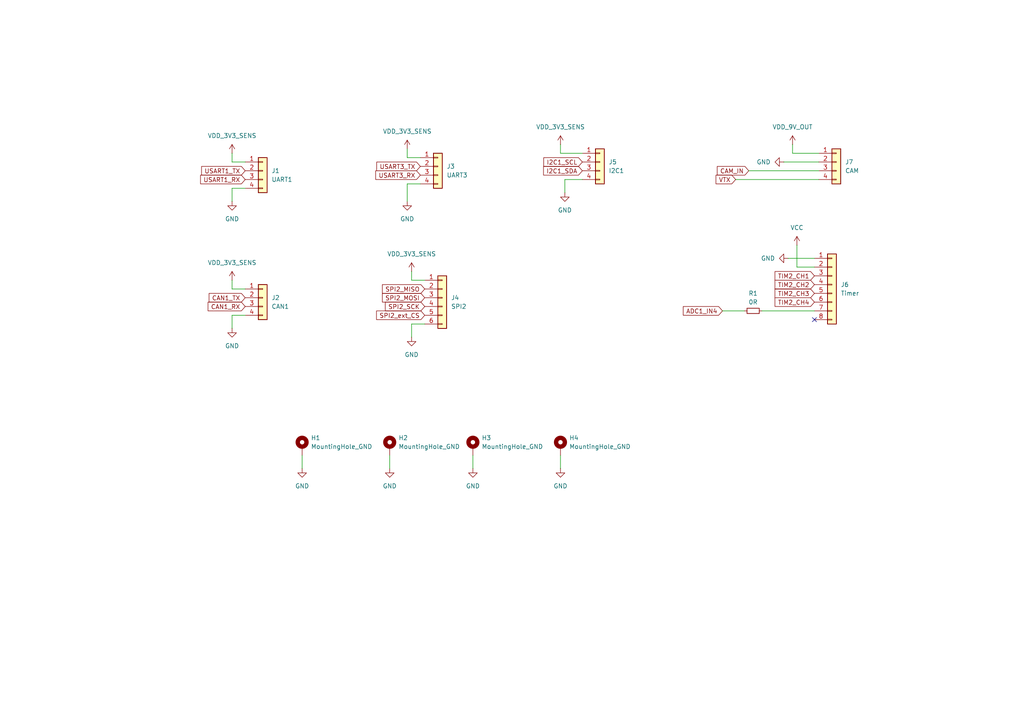
<source format=kicad_sch>
(kicad_sch (version 20250114) (generator "eeschema") (generator_version "9.0")
  (paper "A4")
  (lib_symbols
    (symbol "Connector_Generic:Conn_01x04" (pin_names (offset 1.016) (hide yes))
      (property "Reference" "J" (at 0 5.08 0))
      (property "Value" "Conn_01x04" (at 0 -7.62 0))
      (symbol "Conn_01x04_1_1"
        (rectangle (start -1.27 3.81) (end 1.27 -6.35) (stroke (width 0.254)) (fill (type background)))
        (rectangle (start -1.27 2.667) (end 0 2.413) (stroke (width 0.1524)))
        (rectangle (start -1.27 0.127) (end 0 -0.127) (stroke (width 0.1524)))
        (rectangle (start -1.27 -2.413) (end 0 -2.667) (stroke (width 0.1524)))
        (rectangle (start -1.27 -4.953) (end 0 -5.207) (stroke (width 0.1524)))
        (pin passive line (at -5.08 2.54 0) (length 3.81) (name "Pin_1") (number "1"))
        (pin passive line (at -5.08 0 0) (length 3.81) (name "Pin_2") (number "2"))
        (pin passive line (at -5.08 -2.54 0) (length 3.81) (name "Pin_3") (number "3"))
        (pin passive line (at -5.08 -5.08 0) (length 3.81) (name "Pin_4") (number "4"))
      )
    )
    (symbol "Connector_Generic:Conn_01x06" (pin_names (offset 1.016) (hide yes))
      (property "Reference" "J" (at 0 7.62 0))
      (property "Value" "Conn_01x06" (at 0 -10.16 0))
      (symbol "Conn_01x06_1_1"
        (rectangle (start -1.27 6.35) (end 1.27 -8.89) (stroke (width 0.254)) (fill (type background)))
        (rectangle (start -1.27 5.207) (end 0 4.953) (stroke (width 0.1524)))
        (rectangle (start -1.27 2.667) (end 0 2.413) (stroke (width 0.1524)))
        (rectangle (start -1.27 0.127) (end 0 -0.127) (stroke (width 0.1524)))
        (rectangle (start -1.27 -2.413) (end 0 -2.667) (stroke (width 0.1524)))
        (rectangle (start -1.27 -4.953) (end 0 -5.207) (stroke (width 0.1524)))
        (rectangle (start -1.27 -7.493) (end 0 -7.747) (stroke (width 0.1524)))
        (pin passive line (at -5.08 5.08 0) (length 3.81) (name "Pin_1") (number "1"))
        (pin passive line (at -5.08 2.54 0) (length 3.81) (name "Pin_2") (number "2"))
        (pin passive line (at -5.08 0 0) (length 3.81) (name "Pin_3") (number "3"))
        (pin passive line (at -5.08 -2.54 0) (length 3.81) (name "Pin_4") (number "4"))
        (pin passive line (at -5.08 -5.08 0) (length 3.81) (name "Pin_5") (number "5"))
        (pin passive line (at -5.08 -7.62 0) (length 3.81) (name "Pin_6") (number "6"))
      )
    )
    (symbol "Connector_Generic:Conn_01x08" (pin_names (offset 1.016) (hide yes))
      (property "Reference" "J" (at 0 10.16 0))
      (property "Value" "Conn_01x08" (at 0 -12.7 0))
      (symbol "Conn_01x08_1_1"
        (rectangle (start -1.27 8.89) (end 1.27 -11.43) (stroke (width 0.254)) (fill (type background)))
        (rectangle (start -1.27 7.747) (end 0 7.493) (stroke (width 0.1524)))
        (rectangle (start -1.27 5.207) (end 0 4.953) (stroke (width 0.1524)))
        (rectangle (start -1.27 2.667) (end 0 2.413) (stroke (width 0.1524)))
        (rectangle (start -1.27 0.127) (end 0 -0.127) (stroke (width 0.1524)))
        (rectangle (start -1.27 -2.413) (end 0 -2.667) (stroke (width 0.1524)))
        (rectangle (start -1.27 -4.953) (end 0 -5.207) (stroke (width 0.1524)))
        (rectangle (start -1.27 -7.493) (end 0 -7.747) (stroke (width 0.1524)))
        (rectangle (start -1.27 -10.033) (end 0 -10.287) (stroke (width 0.1524)))
        (pin passive line (at -5.08 7.62 0) (length 3.81) (name "Pin_1") (number "1"))
        (pin passive line (at -5.08 5.08 0) (length 3.81) (name "Pin_2") (number "2"))
        (pin passive line (at -5.08 2.54 0) (length 3.81) (name "Pin_3") (number "3"))
        (pin passive line (at -5.08 0 0) (length 3.81) (name "Pin_4") (number "4"))
        (pin passive line (at -5.08 -2.54 0) (length 3.81) (name "Pin_5") (number "5"))
        (pin passive line (at -5.08 -5.08 0) (length 3.81) (name "Pin_6") (number "6"))
        (pin passive line (at -5.08 -7.62 0) (length 3.81) (name "Pin_7") (number "7"))
        (pin passive line (at -5.08 -10.16 0) (length 3.81) (name "Pin_8") (number "8"))
      )
    )
    (symbol "Device:R_Small" (pin_numbers (hide yes)) (pin_names (offset 0.254) (hide yes))
      (property "Reference" "R" (at 0.762 0.508 0))
      (property "Value" "R_Small" (at 0.762 -1.016 0))
      (symbol "R_Small_0_1"
        (rectangle (start -0.762 1.778) (end 0.762 -1.778) (stroke (width 0.2032)))
      )
      (symbol "R_Small_1_1"
        (pin passive line (at 0 2.54 270) (length 0.762) (name "~") (number "1"))
        (pin passive line (at 0 -2.54 90) (length 0.762) (name "~") (number "2"))
      )
    )
    (symbol "Mechanical:MountingHole_Pad" (pin_numbers (hide yes)) (pin_names (offset 1.016) (hide yes)) (exclude_from_sim yes) (in_bom no)
      (property "Reference" "H" (at 0 6.35 0))
      (property "Value" "MountingHole_Pad" (at 0 4.445 0))
      (symbol "MountingHole_Pad_0_1"
        (circle (center 0 1.27) (radius 1.27) (stroke (width 1.27)))
      )
      (symbol "MountingHole_Pad_1_1"
        (pin input line (at 0 -2.54 90) (length 2.54) (name "1") (number "1"))
      )
    )
    (symbol "MountingHole_Pad_1" (pin_numbers (hide yes)) (pin_names (offset 1.016) (hide yes)) (exclude_from_sim yes) (in_bom no)
      (property "Reference" "H" (at 0 6.35 0))
      (property "Value" "MountingHole_Pad" (at 0 4.445 0))
      (symbol "MountingHole_Pad_1_0_1"
        (circle (center 0 1.27) (radius 1.27) (stroke (width 1.27)))
      )
      (symbol "MountingHole_Pad_1_1_1"
        (pin input line (at 0 -2.54 90) (length 2.54) (name "1") (number "1"))
      )
    )
    (symbol "power:GND" (power) (pin_numbers (hide yes)) (pin_names (offset 0) (hide yes))
      (property "Value" "GND" (at 0 -3.81 0))
      (symbol "GND_0_1"
        (polyline (pts (xy 0 0) (xy 0 -1.27) (xy 1.27 -1.27) (xy 0 -2.54) (xy -1.27 -1.27) (xy 0 -1.27)))
      )
      (symbol "GND_1_1"
        (pin power_in line (at 0 0 270) (length 0) (name "~") (number "1"))
      )
    )
    (symbol "power:VCC" (power) (pin_numbers (hide yes)) (pin_names (offset 0) (hide yes))
      (property "Value" "VCC" (at 0 3.556 0))
      (symbol "VCC_0_1"
        (polyline (pts (xy -0.762 1.27) (xy 0 2.54)))
        (polyline (pts (xy 0 2.54) (xy 0.762 1.27)))
        (polyline (pts (xy 0 0) (xy 0 2.54)))
      )
      (symbol "VCC_1_1"
        (pin power_in line (at 0 0 90) (length 0) (name "~") (number "1"))
      )
    )
  )
  (no_connect (at 236.22 92.71))
  (wire (pts (xy 123.19 81.28) (xy 119.38 81.28)))
  (wire (pts (xy 67.31 46.99) (xy 71.12 46.99)))
  (wire (pts (xy 220.98 90.17) (xy 236.22 90.17)))
  (wire (pts (xy 113.03 132.08) (xy 113.03 135.89)))
  (wire (pts (xy 209.55 90.17) (xy 215.9 90.17)))
  (wire (pts (xy 123.19 93.98) (xy 119.38 93.98)))
  (wire (pts (xy 119.38 93.98) (xy 119.38 97.79)))
  (wire (pts (xy 67.31 54.61) (xy 67.31 58.42)))
  (wire (pts (xy 137.16 132.08) (xy 137.16 135.89)))
  (wire (pts (xy 229.87 44.45) (xy 229.87 41.91)))
  (wire (pts (xy 168.91 44.45) (xy 162.56 44.45)))
  (wire (pts (xy 71.12 54.61) (xy 67.31 54.61)))
  (wire (pts (xy 162.56 132.08) (xy 162.56 135.89)))
  (wire (pts (xy 67.31 83.82) (xy 71.12 83.82)))
  (wire (pts (xy 87.63 132.08) (xy 87.63 135.89)))
  (wire (pts (xy 67.31 91.44) (xy 71.12 91.44)))
  (wire (pts (xy 217.17 49.53) (xy 237.49 49.53)))
  (wire (pts (xy 118.11 45.72) (xy 118.11 43.18)))
  (wire (pts (xy 227.33 46.99) (xy 237.49 46.99)))
  (wire (pts (xy 67.31 44.45) (xy 67.31 46.99)))
  (wire (pts (xy 121.92 53.34) (xy 118.11 53.34)))
  (wire (pts (xy 163.83 52.07) (xy 163.83 55.88)))
  (wire (pts (xy 67.31 81.28) (xy 67.31 83.82)))
  (wire (pts (xy 236.22 77.47) (xy 231.14 77.47)))
  (wire (pts (xy 119.38 81.28) (xy 119.38 78.74)))
  (wire (pts (xy 162.56 44.45) (xy 162.56 41.91)))
  (wire (pts (xy 118.11 53.34) (xy 118.11 58.42)))
  (wire (pts (xy 237.49 44.45) (xy 229.87 44.45)))
  (wire (pts (xy 231.14 77.47) (xy 231.14 71.12)))
  (wire (pts (xy 168.91 52.07) (xy 163.83 52.07)))
  (wire (pts (xy 228.6 74.93) (xy 236.22 74.93)))
  (wire (pts (xy 121.92 45.72) (xy 118.11 45.72)))
  (wire (pts (xy 213.36 52.07) (xy 237.49 52.07)))
  (wire (pts (xy 67.31 95.25) (xy 67.31 91.44)))
  (global_label "USART1_TX" (shape input) (at 71.12 49.53 180) (property "Intersheetrefs" "${INTERSHEET_REFS}" (effects (hide yes))))
  (global_label "I2C1_SCL" (shape input) (at 168.91 46.99 180) (property "Intersheetrefs" "${INTERSHEET_REFS}" (effects (hide yes))))
  (global_label "TIM2_CH4" (shape input) (at 236.22 87.63 180) (property "Intersheetrefs" "${INTERSHEET_REFS}" (effects (hide yes))))
  (global_label "SPI2_ext_CS" (shape input) (at 123.19 91.44 180) (property "Intersheetrefs" "${INTERSHEET_REFS}" (effects (hide yes))))
  (global_label "VTX" (shape input) (at 213.36 52.07 180) (property "Intersheetrefs" "${INTERSHEET_REFS}" (effects (hide yes))))
  (global_label "USART1_RX" (shape input) (at 71.12 52.07 180) (property "Intersheetrefs" "${INTERSHEET_REFS}" (effects (hide yes))))
  (global_label "SPI2_MISO" (shape input) (at 123.19 83.82 180) (property "Intersheetrefs" "${INTERSHEET_REFS}" (effects (hide yes))))
  (global_label "SPI2_MOSI" (shape input) (at 123.19 86.36 180) (property "Intersheetrefs" "${INTERSHEET_REFS}" (effects (hide yes))))
  (global_label "CAN1_RX" (shape input) (at 71.12 88.9 180) (property "Intersheetrefs" "${INTERSHEET_REFS}" (effects (hide yes))))
  (global_label "CAN1_TX" (shape input) (at 71.12 86.36 180) (property "Intersheetrefs" "${INTERSHEET_REFS}" (effects (hide yes))))
  (global_label "CAM_IN" (shape input) (at 217.17 49.53 180) (property "Intersheetrefs" "${INTERSHEET_REFS}" (effects (hide yes))))
  (global_label "USART3_RX" (shape input) (at 121.92 50.8 180) (property "Intersheetrefs" "${INTERSHEET_REFS}" (effects (hide yes))))
  (global_label "ADC1_IN4" (shape input) (at 209.55 90.17 180) (property "Intersheetrefs" "${INTERSHEET_REFS}" (effects (hide yes))))
  (global_label "SPI2_SCK" (shape input) (at 123.19 88.9 180) (property "Intersheetrefs" "${INTERSHEET_REFS}" (effects (hide yes))))
  (global_label "TIM2_CH1" (shape input) (at 236.22 80.01 180) (property "Intersheetrefs" "${INTERSHEET_REFS}" (effects (hide yes))))
  (global_label "TIM2_CH3" (shape input) (at 236.22 85.09 180) (property "Intersheetrefs" "${INTERSHEET_REFS}" (effects (hide yes))))
  (global_label "USART3_TX" (shape input) (at 121.92 48.26 180) (property "Intersheetrefs" "${INTERSHEET_REFS}" (effects (hide yes))))
  (global_label "TIM2_CH2" (shape input) (at 236.22 82.55 180) (property "Intersheetrefs" "${INTERSHEET_REFS}" (effects (hide yes))))
  (global_label "I2C1_SDA" (shape input) (at 168.91 49.53 180) (property "Intersheetrefs" "${INTERSHEET_REFS}" (effects (hide yes))))
  (symbol (lib_id "power:GND") (at 118.11 58.42 0) (unit 1)
    (property "Reference" "#PWR0110" (effects (hide yes)))
    (property "Value" "GND" (at 118.11 63.5 0))
    (property "Description" "Power symbol creates a global label with name \"GND\" , ground" (effects (hide yes)))
    (instances (project "Autopilot DronmarketV2" (path "" (reference "#PWR0110") (unit 1))) (project "Autopilot Dronmarket" (path "" (reference "#PWR077") (unit 1))))
  )
  (symbol (lib_id "power:VCC") (at 229.87 41.91 0) (unit 1)
    (property "Reference" "#PWR0107" (effects (hide yes)))
    (property "Value" "VDD_9V_OUT" (at 229.87 36.83 0))
    (property "Description" "Power symbol creates a global label with name \"VCC\"" (effects (hide yes)))
    (instances (project "Autopilot DronmarketV2" (path "" (reference "#PWR0107") (unit 1))) (project "Autopilot Dronmarket" (path "" (reference "#PWR048") (unit 1))))
  )
  (symbol (lib_id "Mechanical:MountingHole_Pad") (at 137.16 129.54 0) (unit 1) (exclude_from_sim yes) (in_bom no)
    (property "Reference" "H3" (at 139.7 126.9999 0) (effects (justify left)))
    (property "Value" "MountingHole_GND" (at 139.7 129.5399 0) (effects (justify left)))
    (property "Footprint" "MountingHole:MountingHole_3.2mm_M3_Pad_Via" (effects (hide yes)))
    (property "Description" "Mounting Hole with connection" (effects (hide yes)))
  )
  (symbol (lib_id "Connector_Generic:Conn_01x08") (at 241.3 82.55 0) (unit 1)
    (property "Reference" "J6" (at 243.84 82.5499 0) (effects (justify left)))
    (property "Value" "Timer" (at 243.84 85.0899 0) (effects (justify left)))
    (property "Footprint" "Connector_JST:JST_GH_SM08B-GHS-TB_1x08-1MP_P1.25mm_Horizontal" (effects (hide yes)))
    (property "Description" "Generic connector, single row, 01x08, script generated (kicad-library-utils/schlib/autogen/connector/)" (effects (hide yes)))
    (instances (project "Autopilot DronmarketV2" (path "" (reference "J6") (unit 1))) (project "" (path "" (reference "J12") (unit 1))))
  )
  (symbol (lib_id "power:GND") (at 137.16 135.89 0) (unit 1)
    (property "Reference" "#PWR0105" (effects (hide yes)))
    (property "Value" "GND" (at 137.16 140.97 0))
    (property "Description" "Power symbol creates a global label with name \"GND\" , ground" (effects (hide yes)))
    (instances (project "Autopilot DronmarketV2" (path "" (reference "#PWR0105") (unit 1))) (project "Autopilot Dronmarket" (path "" (reference "#PWR093") (unit 1))))
  )
  (symbol (lib_id "power:GND") (at 163.83 55.88 0) (unit 1)
    (property "Reference" "#PWR0102" (effects (hide yes)))
    (property "Value" "GND" (at 163.83 60.96 0))
    (property "Description" "Power symbol creates a global label with name \"GND\" , ground" (effects (hide yes)))
    (instances (project "Autopilot DronmarketV2" (path "" (reference "#PWR0102") (unit 1))) (project "Autopilot Dronmarket" (path "" (reference "#PWR081") (unit 1))))
  )
  (symbol (lib_name "MountingHole_Pad_1") (lib_id "Mechanical:MountingHole_Pad") (at 87.63 129.54 0) (unit 1) (exclude_from_sim yes) (in_bom no)
    (property "Reference" "H1" (at 90.17 126.9999 0) (effects (justify left)))
    (property "Value" "MountingHole_GND" (at 90.17 129.5399 0) (effects (justify left)))
    (property "Footprint" "MountingHole:MountingHole_3.2mm_M3_Pad_Via" (effects (hide yes)))
    (property "Description" "Mounting Hole with connection" (effects (hide yes)))
  )
  (symbol (lib_id "Mechanical:MountingHole_Pad") (at 162.56 129.54 0) (unit 1) (exclude_from_sim yes) (in_bom no)
    (property "Reference" "H4" (at 165.1 126.9999 0) (effects (justify left)))
    (property "Value" "MountingHole_GND" (at 165.1 129.5399 0) (effects (justify left)))
    (property "Footprint" "MountingHole:MountingHole_3.2mm_M3_Pad_Via" (effects (hide yes)))
    (property "Description" "Mounting Hole with connection" (effects (hide yes)))
  )
  (symbol (lib_id "Mechanical:MountingHole_Pad") (at 113.03 129.54 0) (unit 1) (exclude_from_sim yes) (in_bom no)
    (property "Reference" "H2" (at 115.57 126.9999 0) (effects (justify left)))
    (property "Value" "MountingHole_GND" (at 115.57 129.5399 0) (effects (justify left)))
    (property "Footprint" "MountingHole:MountingHole_3.2mm_M3_Pad_Via" (effects (hide yes)))
    (property "Description" "Mounting Hole with connection" (effects (hide yes)))
  )
  (symbol (lib_id "Connector_Generic:Conn_01x04") (at 76.2 49.53 0) (unit 1)
    (property "Reference" "J1" (at 78.74 49.5299 0) (effects (justify left)))
    (property "Value" "UART1" (at 78.74 52.0699 0) (effects (justify left)))
    (property "Footprint" "Connector_JST:JST_GH_SM04B-GHS-TB_1x04-1MP_P1.25mm_Horizontal" (effects (hide yes)))
    (property "Description" "Generic connector, single row, 01x04, script generated (kicad-library-utils/schlib/autogen/connector/)" (effects (hide yes)))
    (instances (project "Autopilot DronmarketV2" (path "" (reference "J1") (unit 1))) (project "" (path "" (reference "J5") (unit 1))))
  )
  (symbol (lib_id "Device:R_Small") (at 218.44 90.17 270) (unit 1)
    (property "Reference" "R1" (at 218.44 85.09 90))
    (property "Value" "0R" (at 218.44 87.63 90))
    (property "Footprint" "Resistor_SMD:R_0402_1005Metric" (effects (hide yes)))
    (property "Description" "Resistor, small symbol" (effects (hide yes)))
    (instances (project "Autopilot DronmarketV2" (path "" (reference "R1") (unit 1))) (project "Autopilot Dronmarket" (path "" (reference "R22") (unit 1))))
  )
  (symbol (lib_id "Connector_Generic:Conn_01x04") (at 127 48.26 0) (unit 1)
    (property "Reference" "J3" (at 129.54 48.2599 0) (effects (justify left)))
    (property "Value" "UART3" (at 129.54 50.7999 0) (effects (justify left)))
    (property "Footprint" "Connector_JST:JST_GH_SM04B-GHS-TB_1x04-1MP_P1.25mm_Horizontal" (effects (hide yes)))
    (property "Description" "Generic connector, single row, 01x04, script generated (kicad-library-utils/schlib/autogen/connector/)" (effects (hide yes)))
    (instances (project "Autopilot DronmarketV2" (path "" (reference "J3") (unit 1))) (project "Autopilot Dronmarket" (path "" (reference "J6") (unit 1))))
  )
  (symbol (lib_id "power:VCC") (at 118.11 43.18 0) (unit 1)
    (property "Reference" "#PWR0113" (effects (hide yes)))
    (property "Value" "VDD_3V3_SENS" (at 118.11 38.1 0))
    (property "Description" "Power symbol creates a global label with name \"VCC\"" (effects (hide yes)))
    (instances (project "Autopilot DronmarketV2" (path "" (reference "#PWR0113") (unit 1))) (project "Autopilot Dronmarket" (path "" (reference "#PWR076") (unit 1))))
  )
  (symbol (lib_id "power:GND") (at 228.6 74.93 270) (unit 1)
    (property "Reference" "#PWR0103" (effects (hide yes)))
    (property "Value" "GND" (at 224.79 74.9299 90) (effects (justify right)))
    (property "Description" "Power symbol creates a global label with name \"GND\" , ground" (effects (hide yes)))
    (instances (project "Autopilot DronmarketV2" (path "" (reference "#PWR0103") (unit 1))) (project "Autopilot Dronmarket" (path "" (reference "#PWR087") (unit 1))))
  )
  (symbol (lib_id "power:GND") (at 227.33 46.99 270) (unit 1)
    (property "Reference" "#PWR0101" (effects (hide yes)))
    (property "Value" "GND" (at 223.52 46.9899 90) (effects (justify right)))
    (property "Description" "Power symbol creates a global label with name \"GND\" , ground" (effects (hide yes)))
    (instances (project "Autopilot DronmarketV2" (path "" (reference "#PWR0101") (unit 1))) (project "Autopilot Dronmarket" (path "" (reference "#PWR086") (unit 1))))
  )
  (symbol (lib_id "power:GND") (at 162.56 135.89 0) (unit 1)
    (property "Reference" "#PWR0106" (effects (hide yes)))
    (property "Value" "GND" (at 162.56 140.97 0))
    (property "Description" "Power symbol creates a global label with name \"GND\" , ground" (effects (hide yes)))
    (instances (project "Autopilot DronmarketV2" (path "" (reference "#PWR0106") (unit 1))) (project "Autopilot Dronmarket" (path "" (reference "#PWR094") (unit 1))))
  )
  (symbol (lib_id "Connector_Generic:Conn_01x04") (at 242.57 46.99 0) (unit 1)
    (property "Reference" "J7" (at 245.11 46.9899 0) (effects (justify left)))
    (property "Value" "CAM" (at 245.11 49.5299 0) (effects (justify left)))
    (property "Footprint" "Connector_JST:JST_GH_SM04B-GHS-TB_1x04-1MP_P1.25mm_Horizontal" (effects (hide yes)))
    (property "Description" "Generic connector, single row, 01x04, script generated (kicad-library-utils/schlib/autogen/connector/)" (effects (hide yes)))
    (instances (project "Autopilot DronmarketV2" (path "" (reference "J7") (unit 1))) (project "Autopilot Dronmarket" (path "" (reference "J11") (unit 1))))
  )
  (symbol (lib_id "power:GND") (at 67.31 95.25 0) (unit 1)
    (property "Reference" "#PWR0118" (effects (hide yes)))
    (property "Value" "GND" (at 67.31 100.33 0))
    (property "Description" "Power symbol creates a global label with name \"GND\" , ground" (effects (hide yes)))
    (instances (project "Autopilot DronmarketV2" (path "" (reference "#PWR0118") (unit 1))) (project "Autopilot Dronmarket" (path "" (reference "#PWR078") (unit 1))))
  )
  (symbol (lib_id "power:VCC") (at 162.56 41.91 0) (unit 1)
    (property "Reference" "#PWR0108" (effects (hide yes)))
    (property "Value" "VDD_3V3_SENS" (at 162.56 36.83 0))
    (property "Description" "Power symbol creates a global label with name \"VCC\"" (effects (hide yes)))
    (instances (project "Autopilot DronmarketV2" (path "" (reference "#PWR0108") (unit 1))) (project "Autopilot Dronmarket" (path "" (reference "#PWR082") (unit 1))))
  )
  (symbol (lib_id "Connector_Generic:Conn_01x06") (at 128.27 86.36 0) (unit 1)
    (property "Reference" "J4" (at 130.81 86.3599 0) (effects (justify left)))
    (property "Value" "SPI2" (at 130.81 88.8999 0) (effects (justify left)))
    (property "Footprint" "Connector_JST:JST_GH_SM06B-GHS-TB_1x06-1MP_P1.25mm_Horizontal" (effects (hide yes)))
    (property "Description" "Generic connector, single row, 01x06, script generated (kicad-library-utils/schlib/autogen/connector/)" (effects (hide yes)))
    (instances (project "Autopilot DronmarketV2" (path "" (reference "J4") (unit 1))) (project "" (path "" (reference "J8") (unit 1))))
  )
  (symbol (lib_id "power:GND") (at 67.31 58.42 0) (unit 1)
    (property "Reference" "#PWR0116" (effects (hide yes)))
    (property "Value" "GND" (at 67.31 63.5 0))
    (property "Description" "Power symbol creates a global label with name \"GND\" , ground" (effects (hide yes)))
    (instances (project "Autopilot DronmarketV2" (path "" (reference "#PWR0116") (unit 1))) (project "Autopilot Dronmarket" (path "" (reference "#PWR074") (unit 1))))
  )
  (symbol (lib_id "power:GND") (at 113.03 135.89 0) (unit 1)
    (property "Reference" "#PWR0114" (effects (hide yes)))
    (property "Value" "GND" (at 113.03 140.97 0))
    (property "Description" "Power symbol creates a global label with name \"GND\" , ground" (effects (hide yes)))
    (instances (project "Autopilot DronmarketV2" (path "" (reference "#PWR0114") (unit 1))) (project "Autopilot Dronmarket" (path "" (reference "#PWR092") (unit 1))))
  )
  (symbol (lib_id "Connector_Generic:Conn_01x04") (at 76.2 86.36 0) (unit 1)
    (property "Reference" "J2" (at 78.74 86.3599 0) (effects (justify left)))
    (property "Value" "CAN1" (at 78.74 88.8999 0) (effects (justify left)))
    (property "Footprint" "Connector_JST:JST_GH_SM04B-GHS-TB_1x04-1MP_P1.25mm_Horizontal" (effects (hide yes)))
    (property "Description" "Generic connector, single row, 01x04, script generated (kicad-library-utils/schlib/autogen/connector/)" (effects (hide yes)))
    (instances (project "Autopilot DronmarketV2" (path "" (reference "J2") (unit 1))) (project "Autopilot Dronmarket" (path "" (reference "J7") (unit 1))))
  )
  (symbol (lib_id "power:VCC") (at 67.31 81.28 0) (unit 1)
    (property "Reference" "#PWR0109" (effects (hide yes)))
    (property "Value" "VDD_3V3_SENS" (at 67.31 76.2 0))
    (property "Description" "Power symbol creates a global label with name \"VCC\"" (effects (hide yes)))
    (instances (project "Autopilot DronmarketV2" (path "" (reference "#PWR0109") (unit 1))) (project "Autopilot Dronmarket" (path "" (reference "#PWR090") (unit 1))))
  )
  (symbol (lib_id "Connector_Generic:Conn_01x04") (at 173.99 46.99 0) (unit 1)
    (property "Reference" "J5" (at 176.53 46.9899 0) (effects (justify left)))
    (property "Value" "I2C1" (at 176.53 49.5299 0) (effects (justify left)))
    (property "Footprint" "Connector_JST:JST_GH_SM04B-GHS-TB_1x04-1MP_P1.25mm_Horizontal" (effects (hide yes)))
    (property "Description" "Generic connector, single row, 01x04, script generated (kicad-library-utils/schlib/autogen/connector/)" (effects (hide yes)))
    (instances (project "Autopilot DronmarketV2" (path "" (reference "J5") (unit 1))) (project "Autopilot Dronmarket" (path "" (reference "J9") (unit 1))))
  )
  (symbol (lib_id "power:GND") (at 87.63 135.89 0) (unit 1)
    (property "Reference" "#PWR0115" (effects (hide yes)))
    (property "Value" "GND" (at 87.63 140.97 0))
    (property "Description" "Power symbol creates a global label with name \"GND\" , ground" (effects (hide yes)))
    (instances (project "Autopilot DronmarketV2" (path "" (reference "#PWR0115") (unit 1))) (project "Autopilot Dronmarket" (path "" (reference "#PWR091") (unit 1))))
  )
  (symbol (lib_id "power:VCC") (at 231.14 71.12 0) (unit 1)
    (property "Reference" "#PWR0104" (effects (hide yes)))
    (property "Value" "VCC" (at 231.14 66.04 0))
    (property "Description" "Power symbol creates a global label with name \"VCC\"" (effects (hide yes)))
    (instances (project "Autopilot DronmarketV2" (path "" (reference "#PWR0104") (unit 1))) (project "Autopilot Dronmarket" (path "" (reference "#PWR088") (unit 1))))
  )
  (symbol (lib_id "power:GND") (at 119.38 97.79 0) (unit 1)
    (property "Reference" "#PWR0117" (effects (hide yes)))
    (property "Value" "GND" (at 119.38 102.87 0))
    (property "Description" "Power symbol creates a global label with name \"GND\" , ground" (effects (hide yes)))
    (instances (project "Autopilot DronmarketV2" (path "" (reference "#PWR0117") (unit 1))) (project "Autopilot Dronmarket" (path "" (reference "#PWR080") (unit 1))))
  )
  (symbol (lib_id "power:VCC") (at 119.38 78.74 0) (unit 1)
    (property "Reference" "#PWR0111" (effects (hide yes)))
    (property "Value" "VDD_3V3_SENS" (at 119.38 73.66 0))
    (property "Description" "Power symbol creates a global label with name \"VCC\"" (effects (hide yes)))
    (instances (project "Autopilot DronmarketV2" (path "" (reference "#PWR0111") (unit 1))) (project "Autopilot Dronmarket" (path "" (reference "#PWR079") (unit 1))))
  )
  (symbol (lib_id "power:VCC") (at 67.31 44.45 0) (unit 1)
    (property "Reference" "#PWR0112" (effects (hide yes)))
    (property "Value" "VDD_3V3_SENS" (at 67.31 39.37 0))
    (property "Description" "Power symbol creates a global label with name \"VCC\"" (effects (hide yes)))
    (instances (project "Autopilot DronmarketV2" (path "" (reference "#PWR0112") (unit 1))) (project "Autopilot Dronmarket" (path "" (reference "#PWR075") (unit 1))))
  )
)
</source>
